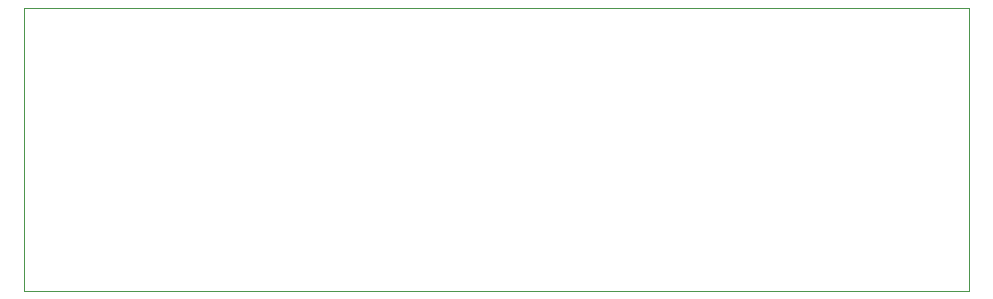
<source format=gbr>
%TF.GenerationSoftware,KiCad,Pcbnew,5.1.10*%
%TF.CreationDate,2021-12-04T10:07:26+01:00*%
%TF.ProjectId,Speichermodul_VRAM,53706569-6368-4657-926d-6f64756c5f56,1*%
%TF.SameCoordinates,Original*%
%TF.FileFunction,Profile,NP*%
%FSLAX46Y46*%
G04 Gerber Fmt 4.6, Leading zero omitted, Abs format (unit mm)*
G04 Created by KiCad (PCBNEW 5.1.10) date 2021-12-04 10:07:26*
%MOMM*%
%LPD*%
G01*
G04 APERTURE LIST*
%TA.AperFunction,Profile*%
%ADD10C,0.120000*%
%TD*%
G04 APERTURE END LIST*
D10*
X113000000Y-113000000D02*
X113000000Y-137000000D01*
X193000000Y-113000000D02*
X113000000Y-113000000D01*
X193000000Y-137000000D02*
X193000000Y-113000000D01*
X113000000Y-137000000D02*
X193000000Y-137000000D01*
M02*

</source>
